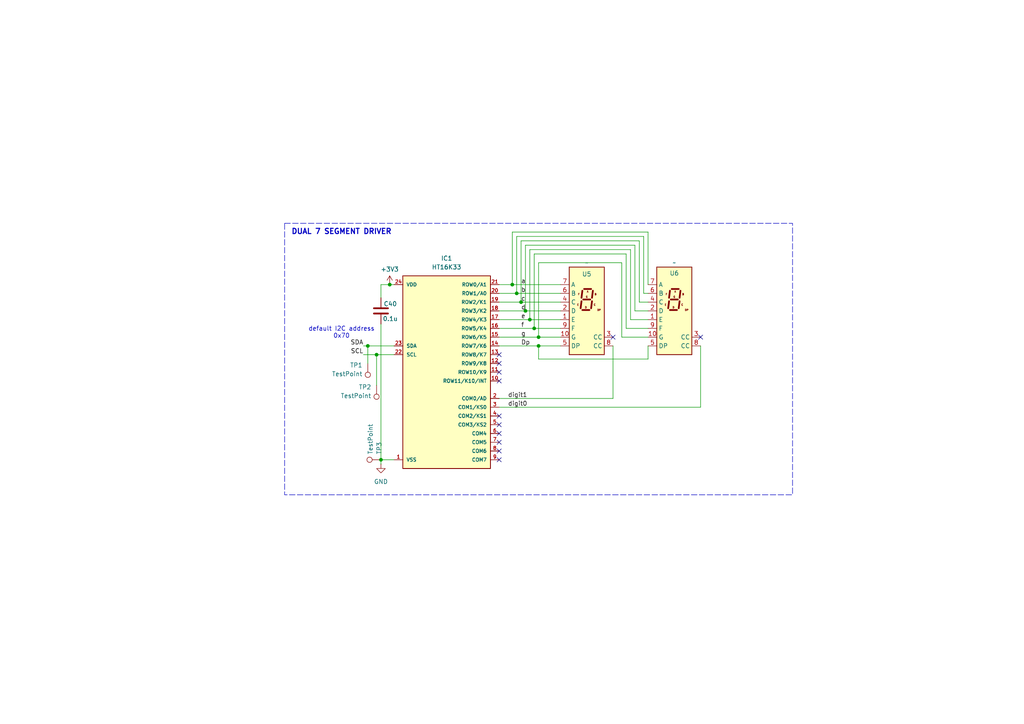
<source format=kicad_sch>
(kicad_sch (version 20250114) (generator "eeschema") (generator_version "9.0")
  (paper "A4")
  (lib_symbols
    (symbol "+3V3_1" (power) (pin_numbers (hide yes)) (pin_names (offset 0) (hide yes))
      (property "Value" "+3V3" (at 0 3.556 0))
      (symbol "+3V3_1_0_1"
        (polyline (pts (xy -0.762 1.27) (xy 0 2.54)))
        (polyline (pts (xy 0 2.54) (xy 0.762 1.27)))
        (polyline (pts (xy 0 0) (xy 0 2.54)))
      )
      (symbol "+3V3_1_1_1"
        (pin power_in line (at 0 0 90) (length 0) (name "~") (number "1"))
      )
    )
    (symbol "Connector:TestPoint" (pin_numbers (hide yes)) (pin_names (offset 0.762) (hide yes))
      (property "Reference" "TP" (at 0 6.858 0))
      (property "Value" "TestPoint" (at 0 5.08 0))
      (symbol "TestPoint_0_1"
        (circle (center 0 3.302) (radius 0.762))
      )
      (symbol "TestPoint_1_1"
        (pin passive line (at 0 0 90) (length 2.54) (name "1") (number "1"))
      )
    )
    (symbol "Device:C" (pin_numbers (hide yes)) (pin_names (offset 0.254))
      (property "Reference" "C" (at 0.635 2.54 0))
      (property "Value" "C" (at 0.635 -2.54 0))
      (symbol "C_0_1"
        (polyline (pts (xy -2.032 0.762) (xy 2.032 0.762)) (stroke (width 0.508)))
        (polyline (pts (xy -2.032 -0.762) (xy 2.032 -0.762)) (stroke (width 0.508)))
      )
      (symbol "C_1_1"
        (pin passive line (at 0 3.81 270) (length 2.794) (name "~") (number "1"))
        (pin passive line (at 0 -3.81 90) (length 2.794) (name "~") (number "2"))
      )
    )
    (symbol "SUFST:Generic_7_segment"
      (property "Reference" "U" (at 0 18.034 0))
      (symbol "Generic_7_segment_0_0"
        (text "E" (at -2.54 5.588 0) (effects (font (size 0.508 0.508))))
        (text "F" (at -2.286 8.636 0) (effects (font (size 0.508 0.508))))
        (text "D" (at -0.254 4.826 0) (effects (font (size 0.508 0.508))))
        (text "G" (at 0 7.874 0) (effects (font (size 0.508 0.508))))
        (text "A" (at 0.254 9.398 0) (effects (font (size 0.508 0.508))))
        (text "C" (at 2.286 5.588 0) (effects (font (size 0.508 0.508))))
        (text "B" (at 2.54 8.636 0) (effects (font (size 0.508 0.508))))
        (text "DP" (at 3.556 4.064 0) (effects (font (size 0.508 0.508))))
      )
      (symbol "Generic_7_segment_0_1"
        (rectangle (start -5.08 16.51) (end 5.08 -8.89) (stroke (width 0.254)) (fill (type background)))
        (polyline (pts (xy -1.524 6.604) (xy -1.778 4.572)) (stroke (width 0.508)))
        (polyline (pts (xy -1.27 9.652) (xy -1.524 7.62)) (stroke (width 0.508)))
        (polyline (pts (xy -1.27 4.064) (xy 0.762 4.064)) (stroke (width 0.508)))
        (polyline (pts (xy -1.016 7.112) (xy 1.016 7.112)) (stroke (width 0.508)))
        (polyline (pts (xy -0.762 10.16) (xy 1.27 10.16)) (stroke (width 0.508)))
        (polyline (pts (xy 1.524 6.604) (xy 1.27 4.572)) (stroke (width 0.508)))
        (polyline (pts (xy 1.778 9.652) (xy 1.524 7.62)) (stroke (width 0.508)))
        (polyline (pts (xy 2.54 4.064) (xy 2.54 4.064)) (stroke (width 0.508)))
      )
      (symbol "Generic_7_segment_1_1"
        (pin input line (at -7.62 11.43 0) (length 2.54) (name "A") (number "7"))
        (pin input line (at -7.62 8.89 0) (length 2.54) (name "B") (number "6"))
        (pin input line (at -7.62 6.35 0) (length 2.54) (name "C") (number "4"))
        (pin input line (at -7.62 3.81 0) (length 2.54) (name "D") (number "2"))
        (pin input line (at -7.62 1.27 0) (length 2.54) (name "E") (number "1"))
        (pin input line (at -7.62 -1.27 0) (length 2.54) (name "F") (number "9"))
        (pin input line (at -7.62 -3.81 0) (length 2.54) (name "G") (number "10"))
        (pin input line (at -7.62 -6.35 0) (length 2.54) (name "DP") (number "5"))
        (pin input line (at 7.62 -3.81 180) (length 2.54) (name "CC") (number "3"))
        (pin input line (at 7.62 -6.35 180) (length 2.54) (name "CC") (number "8"))
      )
    )
    (symbol "SUFST:HT16K33" (pin_names (offset 1.016))
      (property "Reference" "IC" (at -12.7 27.94 0))
      (symbol "HT16K33_0_0"
        (rectangle (start -12.7 -27.94) (end 12.7 27.94) (stroke (width 0.254)) (fill (type background)))
        (pin power_in line (at -15.24 25.4 0) (length 2.54) (name "VDD") (number "24"))
        (pin bidirectional line (at -15.24 7.62 0) (length 2.54) (name "SDA") (number "23"))
        (pin bidirectional line (at -15.24 5.08 0) (length 2.54) (name "SCL") (number "22"))
        (pin bidirectional line (at -15.24 -25.4 0) (length 2.54) (name "VSS") (number "1"))
        (pin bidirectional line (at 15.24 25.4 180) (length 2.54) (name "ROW0/A1") (number "21"))
        (pin bidirectional line (at 15.24 22.86 180) (length 2.54) (name "ROW1/A0") (number "20"))
        (pin bidirectional line (at 15.24 20.32 180) (length 2.54) (name "ROW2/K1") (number "19"))
        (pin bidirectional line (at 15.24 17.78 180) (length 2.54) (name "ROW3/K2") (number "18"))
        (pin bidirectional line (at 15.24 15.24 180) (length 2.54) (name "ROW4/K3") (number "17"))
        (pin bidirectional line (at 15.24 12.7 180) (length 2.54) (name "ROW5/K4") (number "16"))
        (pin bidirectional line (at 15.24 10.16 180) (length 2.54) (name "ROW6/K5") (number "15"))
        (pin bidirectional line (at 15.24 7.62 180) (length 2.54) (name "ROW7/K6") (number "14"))
        (pin bidirectional line (at 15.24 5.08 180) (length 2.54) (name "ROW8/K7") (number "13"))
        (pin bidirectional line (at 15.24 2.54 180) (length 2.54) (name "ROW9/K8") (number "12"))
        (pin bidirectional line (at 15.24 0 180) (length 2.54) (name "ROW10/K9") (number "11"))
        (pin bidirectional line (at 15.24 -2.54 180) (length 2.54) (name "ROW11/K10/INT") (number "10"))
        (pin bidirectional line (at 15.24 -7.62 180) (length 2.54) (name "COM0/AD") (number "2"))
        (pin bidirectional line (at 15.24 -10.16 180) (length 2.54) (name "COM1/KS0") (number "3"))
        (pin bidirectional line (at 15.24 -12.7 180) (length 2.54) (name "COM2/KS1") (number "4"))
        (pin bidirectional line (at 15.24 -15.24 180) (length 2.54) (name "COM3/KS2") (number "5"))
        (pin bidirectional line (at 15.24 -17.78 180) (length 2.54) (name "COM4") (number "6"))
        (pin bidirectional line (at 15.24 -20.32 180) (length 2.54) (name "COM5") (number "7"))
        (pin bidirectional line (at 15.24 -22.86 180) (length 2.54) (name "COM6") (number "8"))
        (pin bidirectional line (at 15.24 -25.4 180) (length 2.54) (name "COM7") (number "9"))
      )
    )
    (symbol "power:GND" (power) (pin_numbers (hide yes)) (pin_names (offset 0) (hide yes))
      (property "Value" "GND" (at 0 -3.81 0))
      (symbol "GND_0_1"
        (polyline (pts (xy 0 0) (xy 0 -1.27) (xy 1.27 -1.27) (xy 0 -2.54) (xy -1.27 -1.27) (xy 0 -1.27)))
      )
      (symbol "GND_1_1"
        (pin power_in line (at 0 0 270) (length 0) (name "~") (number "1"))
      )
    )
  )
  (rectangle (start 82.55 64.77) (end 229.87 143.51) (stroke (width 0) (type dash)))
  (text "default I2C address\n0x70" (at 99.06 96.52 0) (effects (font (size 1.27 1.27))))
  (text "DUAL 7 SEGMENT DRIVER" (at 99.06 67.31 0) (effects (font (size 1.524 1.524) (thickness 0.3048) (bold yes))))
  (junction (at 106.68 100.33))
  (junction (at 110.49 133.35))
  (junction (at 154.94 95.25))
  (junction (at 113.03 82.55))
  (junction (at 156.21 97.79))
  (junction (at 151.13 87.63))
  (junction (at 149.86 85.09))
  (junction (at 152.4 90.17))
  (junction (at 156.21 100.33))
  (junction (at 109.22 102.87))
  (junction (at 153.67 92.71))
  (junction (at 148.59 82.55))
  (no_connect (at 144.78 125.73))
  (no_connect (at 144.78 105.41))
  (no_connect (at 144.78 102.87))
  (no_connect (at 144.78 123.19))
  (no_connect (at 144.78 128.27))
  (no_connect (at 144.78 107.95))
  (no_connect (at 203.2 97.79))
  (no_connect (at 144.78 130.81))
  (no_connect (at 144.78 133.35))
  (no_connect (at 177.8 97.79))
  (no_connect (at 144.78 110.49))
  (no_connect (at 144.78 120.65))
  (wire (pts (xy 149.86 85.09) (xy 162.56 85.09)))
  (wire (pts (xy 149.86 68.58) (xy 149.86 85.09)))
  (wire (pts (xy 110.49 82.55) (xy 110.49 86.36)))
  (wire (pts (xy 187.96 104.14) (xy 156.21 104.14)))
  (wire (pts (xy 187.96 85.09) (xy 186.69 85.09)))
  (wire (pts (xy 187.96 67.31) (xy 148.59 67.31)))
  (wire (pts (xy 187.96 97.79) (xy 180.34 97.79)))
  (wire (pts (xy 144.78 115.57) (xy 177.8 115.57)))
  (wire (pts (xy 151.13 87.63) (xy 162.56 87.63)))
  (wire (pts (xy 180.34 76.2) (xy 156.21 76.2)))
  (wire (pts (xy 106.68 100.33) (xy 106.68 105.41)))
  (wire (pts (xy 154.94 95.25) (xy 162.56 95.25)))
  (wire (pts (xy 144.78 90.17) (xy 152.4 90.17)))
  (wire (pts (xy 184.15 71.12) (xy 152.4 71.12)))
  (wire (pts (xy 181.61 95.25) (xy 181.61 73.66)))
  (wire (pts (xy 186.69 85.09) (xy 186.69 68.58)))
  (wire (pts (xy 153.67 92.71) (xy 162.56 92.71)))
  (wire (pts (xy 110.49 133.35) (xy 110.49 134.62)))
  (wire (pts (xy 113.03 82.55) (xy 114.3 82.55)))
  (wire (pts (xy 156.21 76.2) (xy 156.21 97.79)))
  (wire (pts (xy 109.22 102.87) (xy 109.22 111.76)))
  (wire (pts (xy 187.96 95.25) (xy 181.61 95.25)))
  (wire (pts (xy 109.22 102.87) (xy 114.3 102.87)))
  (wire (pts (xy 156.21 100.33) (xy 156.21 104.14)))
  (wire (pts (xy 144.78 95.25) (xy 154.94 95.25)))
  (wire (pts (xy 110.49 133.35) (xy 114.3 133.35)))
  (wire (pts (xy 110.49 93.98) (xy 110.49 133.35)))
  (wire (pts (xy 156.21 97.79) (xy 162.56 97.79)))
  (wire (pts (xy 154.94 73.66) (xy 154.94 95.25)))
  (wire (pts (xy 144.78 118.11) (xy 203.2 118.11)))
  (wire (pts (xy 181.61 73.66) (xy 154.94 73.66)))
  (wire (pts (xy 148.59 82.55) (xy 162.56 82.55)))
  (wire (pts (xy 184.15 90.17) (xy 184.15 71.12)))
  (wire (pts (xy 187.96 92.71) (xy 182.88 92.71)))
  (wire (pts (xy 187.96 82.55) (xy 187.96 67.31)))
  (wire (pts (xy 185.42 69.85) (xy 151.13 69.85)))
  (wire (pts (xy 105.41 100.33) (xy 106.68 100.33)))
  (wire (pts (xy 144.78 97.79) (xy 156.21 97.79)))
  (wire (pts (xy 185.42 87.63) (xy 185.42 69.85)))
  (wire (pts (xy 152.4 71.12) (xy 152.4 90.17)))
  (wire (pts (xy 144.78 87.63) (xy 151.13 87.63)))
  (wire (pts (xy 153.67 72.39) (xy 153.67 92.71)))
  (wire (pts (xy 187.96 87.63) (xy 185.42 87.63)))
  (wire (pts (xy 151.13 69.85) (xy 151.13 87.63)))
  (wire (pts (xy 182.88 92.71) (xy 182.88 72.39)))
  (wire (pts (xy 148.59 67.31) (xy 148.59 82.55)))
  (wire (pts (xy 144.78 85.09) (xy 149.86 85.09)))
  (wire (pts (xy 106.68 100.33) (xy 114.3 100.33)))
  (wire (pts (xy 187.96 100.33) (xy 187.96 104.14)))
  (wire (pts (xy 144.78 92.71) (xy 153.67 92.71)))
  (wire (pts (xy 203.2 118.11) (xy 203.2 100.33)))
  (wire (pts (xy 144.78 82.55) (xy 148.59 82.55)))
  (wire (pts (xy 187.96 90.17) (xy 184.15 90.17)))
  (wire (pts (xy 105.41 102.87) (xy 109.22 102.87)))
  (wire (pts (xy 152.4 90.17) (xy 162.56 90.17)))
  (wire (pts (xy 144.78 100.33) (xy 156.21 100.33)))
  (wire (pts (xy 186.69 68.58) (xy 149.86 68.58)))
  (wire (pts (xy 182.88 72.39) (xy 153.67 72.39)))
  (wire (pts (xy 156.21 100.33) (xy 162.56 100.33)))
  (wire (pts (xy 177.8 115.57) (xy 177.8 100.33)))
  (wire (pts (xy 180.34 97.79) (xy 180.34 76.2)))
  (wire (pts (xy 110.49 82.55) (xy 113.03 82.55)))
  (label "a" (at 151.13 82.55 0))
  (label "g" (at 151.13 97.79 0))
  (label "c" (at 151.13 87.63 0))
  (label "digit0" (at 147.32 118.11 0))
  (label "f" (at 151.13 95.25 0))
  (label "SDA" (at 105.41 100.33 180))
  (label "b" (at 151.13 85.09 0))
  (label "Dp" (at 151.13 100.33 0))
  (label "e" (at 151.13 92.71 0))
  (label "d" (at 151.13 90.17 0))
  (label "SCL" (at 105.41 102.87 180))
  (label "digit1" (at 147.32 115.57 0))
  (symbol (lib_id "SUFST:Generic_7_segment") (at 195.58 93.98 0) (unit 1)
    (property "Reference" "U6" (at 195.58 79.248 0))
    (property "Value" "~" (at 195.58 76.2 0))
    (property "Footprint" "sufst-lib:Generic 7 seg 20mmx27.7mm" (effects (hide yes)))
  )
  (symbol (lib_id "SUFST:HT16K33") (at 129.54 107.95 0) (unit 1)
    (property "Reference" "IC1" (at 129.54 74.93 0))
    (property "Value" "HT16K33" (at 129.54 77.47 0))
    (property "Footprint" "sufst-lib:HT16K33" (effects (hide yes)))
    (property "MF" "Adafruit Industries" (effects (hide yes)))
    (property "Description_1" "\n                        \n                            HT16K33 14-Segment 4-Digit Display Feather Platform Evaluation Expansion Board\n                        \n" (effects (hide yes)))
    (property "Package" "None" (effects (hide yes)))
    (property "Price" "None" (effects (hide yes)))
    (property "Check_prices" "https://www.snapeda.com/parts/HT16K33/Adafruit+Industries/view-part/?ref=eda" (effects (hide yes)))
    (property "VALUE" "HTK16K33" (effects (hide yes)))
    (property "SnapEDA_Link" "https://www.snapeda.com/parts/HT16K33/Adafruit+Industries/view-part/?ref=snap" (effects (hide yes)))
    (property "PROD_ID" "IC-14891" (effects (hide yes)))
    (property "Availability" "Not in stock" (effects (hide yes)))
    (property "MP" "HT16K33" (effects (hide yes)))
  )
  (symbol (lib_id "Connector:TestPoint") (at 106.68 105.41 180) (unit 1)
    (property "Reference" "TP1" (at 105.156 105.918 0) (effects (justify left)))
    (property "Value" "TestPoint" (at 105.156 108.458 0) (effects (justify left)))
    (property "Footprint" "TestPoint:TestPoint_THTPad_D2.5mm_Drill1.2mm" (effects (hide yes)))
    (property "Description" "test point" (effects (hide yes)))
  )
  (symbol (lib_id "SUFST:Generic_7_segment") (at 170.18 93.98 0) (unit 1)
    (property "Reference" "U5" (at 170.18 79.502 0))
    (property "Value" "~" (at 170.18 76.2 0))
    (property "Footprint" "sufst-lib:Generic 7 seg 20mmx27.7mm" (effects (hide yes)))
  )
  (symbol (lib_id "Device:C") (at 110.49 90.17 0) (unit 1)
    (property "Reference" "C40" (at 111.252 88.138 0) (effects (justify left)))
    (property "Value" "0.1u" (at 110.998 92.456 0) (effects (justify left)))
    (property "Footprint" "Capacitor_SMD:C_0805_2012Metric_Pad1.18x1.45mm_HandSolder" (effects (hide yes)))
  )
  (symbol (lib_id "Connector:TestPoint") (at 109.22 111.76 180) (unit 1)
    (property "Reference" "TP2" (at 107.696 112.268 0) (effects (justify left)))
    (property "Value" "TestPoint" (at 107.696 114.808 0) (effects (justify left)))
    (property "Footprint" "TestPoint:TestPoint_THTPad_D2.5mm_Drill1.2mm" (effects (hide yes)))
    (property "Description" "test point" (effects (hide yes)))
  )
  (symbol (lib_id "power:GND") (at 110.49 134.62 0) (unit 1)
    (property "Reference" "#PWR057" (effects (hide yes)))
    (property "Value" "GND" (at 110.49 139.7 0))
    (property "Description" "Power symbol creates a global label with name \"GND\" , ground" (effects (hide yes)))
  )
  (symbol (lib_name "+3V3_1") (lib_id "power:+3V3") (at 113.03 82.55 0) (unit 1)
    (property "Reference" "#PWR058" (effects (hide yes)))
    (property "Value" "+3V3" (at 113.03 78.105 0))
    (property "Description" "Power symbol creates a global label with name \"+3V3\"" (effects (hide yes)))
  )
  (symbol (lib_id "Connector:TestPoint") (at 110.49 133.35 90) (unit 1)
    (property "Reference" "TP3" (at 109.982 131.826 0) (effects (justify left)))
    (property "Value" "TestPoint" (at 107.442 131.826 0) (effects (justify left)))
    (property "Footprint" "TestPoint:TestPoint_THTPad_D2.5mm_Drill1.2mm" (effects (hide yes)))
    (property "Description" "test point" (effects (hide yes)))
  )
)
</source>
